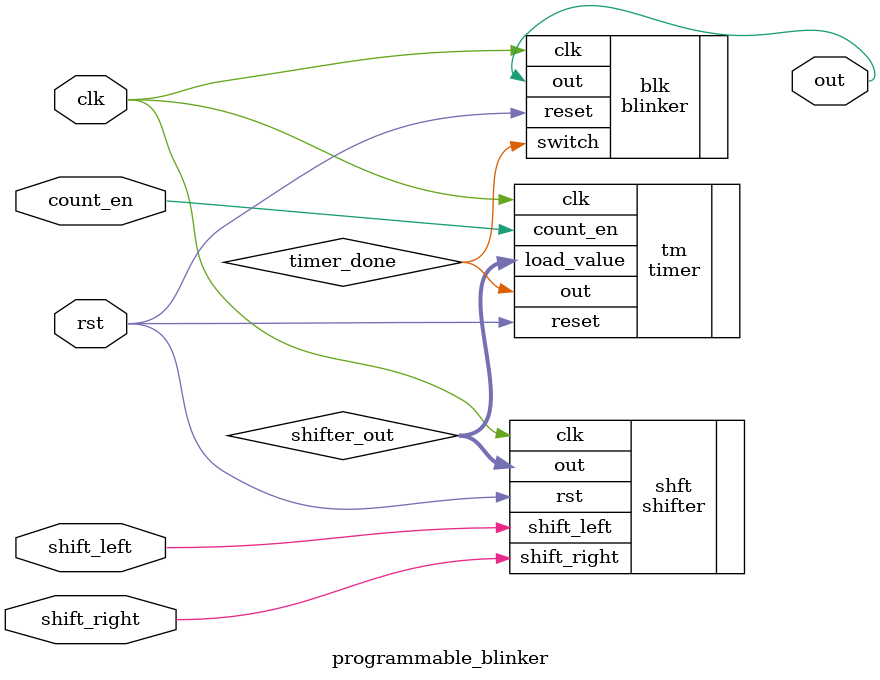
<source format=v>
`define SLOW1 4
`define FAST1 1

module programmable_blinker /*#(parameter dist = `SLOW1)*/ // dist_shift is either 1 or 4 (corresponding to fast/slow blinkers)
														 (input wire clk,
															input wire rst,
															input wire count_en,
															input wire shift_left,
															input wire shift_right,
															output wire out
    );

	wire [7:0] shifter_out;
	wire timer_done;
	//wire dist = `SLOW1; // for parameter

	shifter /*#(dist)*/ shft( .clk(clk),
															.rst(rst),
															.shift_left(shift_left),
															.shift_right(shift_right),
															.out(shifter_out)
														);

	timer tm( .load_value(shifter_out),
						.reset(rst),
						.clk(clk),
						.count_en(count_en),
						.out(timer_done)
					);

	blinker blk(.switch(timer_done),
							.reset(rst),
							.clk(clk),
							.out(out)
						);

endmodule

</source>
